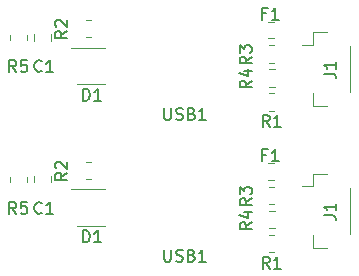
<source format=gbr>
%TF.GenerationSoftware,KiCad,Pcbnew,5.1.10-88a1d61d58~88~ubuntu20.04.1*%
%TF.CreationDate,2021-04-30T20:16:28-07:00*%
%TF.ProjectId,kb-db_panel,6b622d64-625f-4706-916e-656c2e6b6963,rev?*%
%TF.SameCoordinates,Original*%
%TF.FileFunction,Legend,Top*%
%TF.FilePolarity,Positive*%
%FSLAX46Y46*%
G04 Gerber Fmt 4.6, Leading zero omitted, Abs format (unit mm)*
G04 Created by KiCad (PCBNEW 5.1.10-88a1d61d58~88~ubuntu20.04.1) date 2021-04-30 20:16:28*
%MOMM*%
%LPD*%
G01*
G04 APERTURE LIST*
%ADD10C,0.120000*%
%ADD11C,0.150000*%
G04 APERTURE END LIST*
D10*
%TO.C,R4*%
X86610564Y-76870000D02*
X86156436Y-76870000D01*
X86610564Y-75400000D02*
X86156436Y-75400000D01*
%TO.C,R2*%
X70615436Y-71209000D02*
X71069564Y-71209000D01*
X70615436Y-72679000D02*
X71069564Y-72679000D01*
%TO.C,R3*%
X86587064Y-74838000D02*
X86132936Y-74838000D01*
X86587064Y-73368000D02*
X86132936Y-73368000D01*
%TO.C,R5*%
X65632000Y-72502436D02*
X65632000Y-72956564D01*
X64162000Y-72502436D02*
X64162000Y-72956564D01*
%TO.C,J1*%
X91042000Y-72269000D02*
X89892000Y-72269000D01*
X89892000Y-72269000D02*
X89892000Y-73319000D01*
X89892000Y-73319000D02*
X88902000Y-73319000D01*
X91042000Y-78489000D02*
X89892000Y-78489000D01*
X89892000Y-78489000D02*
X89892000Y-77439000D01*
X93012000Y-73439000D02*
X93012000Y-77319000D01*
%TO.C,C1*%
X67664000Y-72444748D02*
X67664000Y-72967252D01*
X66194000Y-72444748D02*
X66194000Y-72967252D01*
%TO.C,R1*%
X86563564Y-78902000D02*
X86109436Y-78902000D01*
X86563564Y-77432000D02*
X86109436Y-77432000D01*
%TO.C,D1*%
X69877000Y-76677000D02*
X72277000Y-76677000D01*
X72277000Y-73577000D02*
X69327000Y-73577000D01*
%TO.C,F1*%
X86540078Y-72781000D02*
X86022922Y-72781000D01*
X86540078Y-71361000D02*
X86022922Y-71361000D01*
%TO.C,J1*%
X91042000Y-60269000D02*
X89892000Y-60269000D01*
X89892000Y-60269000D02*
X89892000Y-61319000D01*
X89892000Y-61319000D02*
X88902000Y-61319000D01*
X91042000Y-66489000D02*
X89892000Y-66489000D01*
X89892000Y-66489000D02*
X89892000Y-65439000D01*
X93012000Y-61439000D02*
X93012000Y-65319000D01*
%TO.C,C1*%
X67664000Y-60444748D02*
X67664000Y-60967252D01*
X66194000Y-60444748D02*
X66194000Y-60967252D01*
%TO.C,R5*%
X65632000Y-60502436D02*
X65632000Y-60956564D01*
X64162000Y-60502436D02*
X64162000Y-60956564D01*
%TO.C,R4*%
X86610564Y-64870000D02*
X86156436Y-64870000D01*
X86610564Y-63400000D02*
X86156436Y-63400000D01*
%TO.C,R3*%
X86587064Y-62838000D02*
X86132936Y-62838000D01*
X86587064Y-61368000D02*
X86132936Y-61368000D01*
%TO.C,R2*%
X70615436Y-59209000D02*
X71069564Y-59209000D01*
X70615436Y-60679000D02*
X71069564Y-60679000D01*
%TO.C,R1*%
X86563564Y-66902000D02*
X86109436Y-66902000D01*
X86563564Y-65432000D02*
X86109436Y-65432000D01*
%TO.C,F1*%
X86540078Y-60781000D02*
X86022922Y-60781000D01*
X86540078Y-59361000D02*
X86022922Y-59361000D01*
%TO.C,D1*%
X69877000Y-64677000D02*
X72277000Y-64677000D01*
X72277000Y-61577000D02*
X69327000Y-61577000D01*
%TO.C,R4*%
D11*
X84646380Y-76361666D02*
X84170190Y-76695000D01*
X84646380Y-76933095D02*
X83646380Y-76933095D01*
X83646380Y-76552142D01*
X83694000Y-76456904D01*
X83741619Y-76409285D01*
X83836857Y-76361666D01*
X83979714Y-76361666D01*
X84074952Y-76409285D01*
X84122571Y-76456904D01*
X84170190Y-76552142D01*
X84170190Y-76933095D01*
X83979714Y-75504523D02*
X84646380Y-75504523D01*
X83598761Y-75742619D02*
X84313047Y-75980714D01*
X84313047Y-75361666D01*
%TO.C,R2*%
X69025380Y-72170666D02*
X68549190Y-72504000D01*
X69025380Y-72742095D02*
X68025380Y-72742095D01*
X68025380Y-72361142D01*
X68073000Y-72265904D01*
X68120619Y-72218285D01*
X68215857Y-72170666D01*
X68358714Y-72170666D01*
X68453952Y-72218285D01*
X68501571Y-72265904D01*
X68549190Y-72361142D01*
X68549190Y-72742095D01*
X68120619Y-71789714D02*
X68073000Y-71742095D01*
X68025380Y-71646857D01*
X68025380Y-71408761D01*
X68073000Y-71313523D01*
X68120619Y-71265904D01*
X68215857Y-71218285D01*
X68311095Y-71218285D01*
X68453952Y-71265904D01*
X69025380Y-71837333D01*
X69025380Y-71218285D01*
%TO.C,R3*%
X84646380Y-74329666D02*
X84170190Y-74663000D01*
X84646380Y-74901095D02*
X83646380Y-74901095D01*
X83646380Y-74520142D01*
X83694000Y-74424904D01*
X83741619Y-74377285D01*
X83836857Y-74329666D01*
X83979714Y-74329666D01*
X84074952Y-74377285D01*
X84122571Y-74424904D01*
X84170190Y-74520142D01*
X84170190Y-74901095D01*
X83646380Y-73996333D02*
X83646380Y-73377285D01*
X84027333Y-73710619D01*
X84027333Y-73567761D01*
X84074952Y-73472523D01*
X84122571Y-73424904D01*
X84217809Y-73377285D01*
X84455904Y-73377285D01*
X84551142Y-73424904D01*
X84598761Y-73472523D01*
X84646380Y-73567761D01*
X84646380Y-73853476D01*
X84598761Y-73948714D01*
X84551142Y-73996333D01*
%TO.C,USB1*%
X77253904Y-78681380D02*
X77253904Y-79490904D01*
X77301523Y-79586142D01*
X77349142Y-79633761D01*
X77444380Y-79681380D01*
X77634857Y-79681380D01*
X77730095Y-79633761D01*
X77777714Y-79586142D01*
X77825333Y-79490904D01*
X77825333Y-78681380D01*
X78253904Y-79633761D02*
X78396761Y-79681380D01*
X78634857Y-79681380D01*
X78730095Y-79633761D01*
X78777714Y-79586142D01*
X78825333Y-79490904D01*
X78825333Y-79395666D01*
X78777714Y-79300428D01*
X78730095Y-79252809D01*
X78634857Y-79205190D01*
X78444380Y-79157571D01*
X78349142Y-79109952D01*
X78301523Y-79062333D01*
X78253904Y-78967095D01*
X78253904Y-78871857D01*
X78301523Y-78776619D01*
X78349142Y-78729000D01*
X78444380Y-78681380D01*
X78682476Y-78681380D01*
X78825333Y-78729000D01*
X79587238Y-79157571D02*
X79730095Y-79205190D01*
X79777714Y-79252809D01*
X79825333Y-79348047D01*
X79825333Y-79490904D01*
X79777714Y-79586142D01*
X79730095Y-79633761D01*
X79634857Y-79681380D01*
X79253904Y-79681380D01*
X79253904Y-78681380D01*
X79587238Y-78681380D01*
X79682476Y-78729000D01*
X79730095Y-78776619D01*
X79777714Y-78871857D01*
X79777714Y-78967095D01*
X79730095Y-79062333D01*
X79682476Y-79109952D01*
X79587238Y-79157571D01*
X79253904Y-79157571D01*
X80777714Y-79681380D02*
X80206285Y-79681380D01*
X80492000Y-79681380D02*
X80492000Y-78681380D01*
X80396761Y-78824238D01*
X80301523Y-78919476D01*
X80206285Y-78967095D01*
%TO.C,R5*%
X64723333Y-75631380D02*
X64390000Y-75155190D01*
X64151904Y-75631380D02*
X64151904Y-74631380D01*
X64532857Y-74631380D01*
X64628095Y-74679000D01*
X64675714Y-74726619D01*
X64723333Y-74821857D01*
X64723333Y-74964714D01*
X64675714Y-75059952D01*
X64628095Y-75107571D01*
X64532857Y-75155190D01*
X64151904Y-75155190D01*
X65628095Y-74631380D02*
X65151904Y-74631380D01*
X65104285Y-75107571D01*
X65151904Y-75059952D01*
X65247142Y-75012333D01*
X65485238Y-75012333D01*
X65580476Y-75059952D01*
X65628095Y-75107571D01*
X65675714Y-75202809D01*
X65675714Y-75440904D01*
X65628095Y-75536142D01*
X65580476Y-75583761D01*
X65485238Y-75631380D01*
X65247142Y-75631380D01*
X65151904Y-75583761D01*
X65104285Y-75536142D01*
%TO.C,J1*%
X90758380Y-75766333D02*
X91472666Y-75766333D01*
X91615523Y-75813952D01*
X91710761Y-75909190D01*
X91758380Y-76052047D01*
X91758380Y-76147285D01*
X91758380Y-74766333D02*
X91758380Y-75337761D01*
X91758380Y-75052047D02*
X90758380Y-75052047D01*
X90901238Y-75147285D01*
X90996476Y-75242523D01*
X91044095Y-75337761D01*
%TO.C,C1*%
X66882333Y-75536142D02*
X66834714Y-75583761D01*
X66691857Y-75631380D01*
X66596619Y-75631380D01*
X66453761Y-75583761D01*
X66358523Y-75488523D01*
X66310904Y-75393285D01*
X66263285Y-75202809D01*
X66263285Y-75059952D01*
X66310904Y-74869476D01*
X66358523Y-74774238D01*
X66453761Y-74679000D01*
X66596619Y-74631380D01*
X66691857Y-74631380D01*
X66834714Y-74679000D01*
X66882333Y-74726619D01*
X67834714Y-75631380D02*
X67263285Y-75631380D01*
X67549000Y-75631380D02*
X67549000Y-74631380D01*
X67453761Y-74774238D01*
X67358523Y-74869476D01*
X67263285Y-74917095D01*
%TO.C,R1*%
X86169833Y-80269380D02*
X85836500Y-79793190D01*
X85598404Y-80269380D02*
X85598404Y-79269380D01*
X85979357Y-79269380D01*
X86074595Y-79317000D01*
X86122214Y-79364619D01*
X86169833Y-79459857D01*
X86169833Y-79602714D01*
X86122214Y-79697952D01*
X86074595Y-79745571D01*
X85979357Y-79793190D01*
X85598404Y-79793190D01*
X87122214Y-80269380D02*
X86550785Y-80269380D01*
X86836500Y-80269380D02*
X86836500Y-79269380D01*
X86741261Y-79412238D01*
X86646023Y-79507476D01*
X86550785Y-79555095D01*
%TO.C,D1*%
X70374904Y-78044380D02*
X70374904Y-77044380D01*
X70613000Y-77044380D01*
X70755857Y-77092000D01*
X70851095Y-77187238D01*
X70898714Y-77282476D01*
X70946333Y-77472952D01*
X70946333Y-77615809D01*
X70898714Y-77806285D01*
X70851095Y-77901523D01*
X70755857Y-77996761D01*
X70613000Y-78044380D01*
X70374904Y-78044380D01*
X71898714Y-78044380D02*
X71327285Y-78044380D01*
X71613000Y-78044380D02*
X71613000Y-77044380D01*
X71517761Y-77187238D01*
X71422523Y-77282476D01*
X71327285Y-77330095D01*
%TO.C,F1*%
X85892666Y-70662571D02*
X85559333Y-70662571D01*
X85559333Y-71186380D02*
X85559333Y-70186380D01*
X86035523Y-70186380D01*
X86940285Y-71186380D02*
X86368857Y-71186380D01*
X86654571Y-71186380D02*
X86654571Y-70186380D01*
X86559333Y-70329238D01*
X86464095Y-70424476D01*
X86368857Y-70472095D01*
%TO.C,J1*%
X90758380Y-63766333D02*
X91472666Y-63766333D01*
X91615523Y-63813952D01*
X91710761Y-63909190D01*
X91758380Y-64052047D01*
X91758380Y-64147285D01*
X91758380Y-62766333D02*
X91758380Y-63337761D01*
X91758380Y-63052047D02*
X90758380Y-63052047D01*
X90901238Y-63147285D01*
X90996476Y-63242523D01*
X91044095Y-63337761D01*
%TO.C,C1*%
X66882333Y-63536142D02*
X66834714Y-63583761D01*
X66691857Y-63631380D01*
X66596619Y-63631380D01*
X66453761Y-63583761D01*
X66358523Y-63488523D01*
X66310904Y-63393285D01*
X66263285Y-63202809D01*
X66263285Y-63059952D01*
X66310904Y-62869476D01*
X66358523Y-62774238D01*
X66453761Y-62679000D01*
X66596619Y-62631380D01*
X66691857Y-62631380D01*
X66834714Y-62679000D01*
X66882333Y-62726619D01*
X67834714Y-63631380D02*
X67263285Y-63631380D01*
X67549000Y-63631380D02*
X67549000Y-62631380D01*
X67453761Y-62774238D01*
X67358523Y-62869476D01*
X67263285Y-62917095D01*
%TO.C,USB1*%
X77253904Y-66681380D02*
X77253904Y-67490904D01*
X77301523Y-67586142D01*
X77349142Y-67633761D01*
X77444380Y-67681380D01*
X77634857Y-67681380D01*
X77730095Y-67633761D01*
X77777714Y-67586142D01*
X77825333Y-67490904D01*
X77825333Y-66681380D01*
X78253904Y-67633761D02*
X78396761Y-67681380D01*
X78634857Y-67681380D01*
X78730095Y-67633761D01*
X78777714Y-67586142D01*
X78825333Y-67490904D01*
X78825333Y-67395666D01*
X78777714Y-67300428D01*
X78730095Y-67252809D01*
X78634857Y-67205190D01*
X78444380Y-67157571D01*
X78349142Y-67109952D01*
X78301523Y-67062333D01*
X78253904Y-66967095D01*
X78253904Y-66871857D01*
X78301523Y-66776619D01*
X78349142Y-66729000D01*
X78444380Y-66681380D01*
X78682476Y-66681380D01*
X78825333Y-66729000D01*
X79587238Y-67157571D02*
X79730095Y-67205190D01*
X79777714Y-67252809D01*
X79825333Y-67348047D01*
X79825333Y-67490904D01*
X79777714Y-67586142D01*
X79730095Y-67633761D01*
X79634857Y-67681380D01*
X79253904Y-67681380D01*
X79253904Y-66681380D01*
X79587238Y-66681380D01*
X79682476Y-66729000D01*
X79730095Y-66776619D01*
X79777714Y-66871857D01*
X79777714Y-66967095D01*
X79730095Y-67062333D01*
X79682476Y-67109952D01*
X79587238Y-67157571D01*
X79253904Y-67157571D01*
X80777714Y-67681380D02*
X80206285Y-67681380D01*
X80492000Y-67681380D02*
X80492000Y-66681380D01*
X80396761Y-66824238D01*
X80301523Y-66919476D01*
X80206285Y-66967095D01*
%TO.C,R5*%
X64723333Y-63631380D02*
X64390000Y-63155190D01*
X64151904Y-63631380D02*
X64151904Y-62631380D01*
X64532857Y-62631380D01*
X64628095Y-62679000D01*
X64675714Y-62726619D01*
X64723333Y-62821857D01*
X64723333Y-62964714D01*
X64675714Y-63059952D01*
X64628095Y-63107571D01*
X64532857Y-63155190D01*
X64151904Y-63155190D01*
X65628095Y-62631380D02*
X65151904Y-62631380D01*
X65104285Y-63107571D01*
X65151904Y-63059952D01*
X65247142Y-63012333D01*
X65485238Y-63012333D01*
X65580476Y-63059952D01*
X65628095Y-63107571D01*
X65675714Y-63202809D01*
X65675714Y-63440904D01*
X65628095Y-63536142D01*
X65580476Y-63583761D01*
X65485238Y-63631380D01*
X65247142Y-63631380D01*
X65151904Y-63583761D01*
X65104285Y-63536142D01*
%TO.C,R4*%
X84646380Y-64361666D02*
X84170190Y-64695000D01*
X84646380Y-64933095D02*
X83646380Y-64933095D01*
X83646380Y-64552142D01*
X83694000Y-64456904D01*
X83741619Y-64409285D01*
X83836857Y-64361666D01*
X83979714Y-64361666D01*
X84074952Y-64409285D01*
X84122571Y-64456904D01*
X84170190Y-64552142D01*
X84170190Y-64933095D01*
X83979714Y-63504523D02*
X84646380Y-63504523D01*
X83598761Y-63742619D02*
X84313047Y-63980714D01*
X84313047Y-63361666D01*
%TO.C,R3*%
X84646380Y-62329666D02*
X84170190Y-62663000D01*
X84646380Y-62901095D02*
X83646380Y-62901095D01*
X83646380Y-62520142D01*
X83694000Y-62424904D01*
X83741619Y-62377285D01*
X83836857Y-62329666D01*
X83979714Y-62329666D01*
X84074952Y-62377285D01*
X84122571Y-62424904D01*
X84170190Y-62520142D01*
X84170190Y-62901095D01*
X83646380Y-61996333D02*
X83646380Y-61377285D01*
X84027333Y-61710619D01*
X84027333Y-61567761D01*
X84074952Y-61472523D01*
X84122571Y-61424904D01*
X84217809Y-61377285D01*
X84455904Y-61377285D01*
X84551142Y-61424904D01*
X84598761Y-61472523D01*
X84646380Y-61567761D01*
X84646380Y-61853476D01*
X84598761Y-61948714D01*
X84551142Y-61996333D01*
%TO.C,R2*%
X69025380Y-60170666D02*
X68549190Y-60504000D01*
X69025380Y-60742095D02*
X68025380Y-60742095D01*
X68025380Y-60361142D01*
X68073000Y-60265904D01*
X68120619Y-60218285D01*
X68215857Y-60170666D01*
X68358714Y-60170666D01*
X68453952Y-60218285D01*
X68501571Y-60265904D01*
X68549190Y-60361142D01*
X68549190Y-60742095D01*
X68120619Y-59789714D02*
X68073000Y-59742095D01*
X68025380Y-59646857D01*
X68025380Y-59408761D01*
X68073000Y-59313523D01*
X68120619Y-59265904D01*
X68215857Y-59218285D01*
X68311095Y-59218285D01*
X68453952Y-59265904D01*
X69025380Y-59837333D01*
X69025380Y-59218285D01*
%TO.C,R1*%
X86169833Y-68269380D02*
X85836500Y-67793190D01*
X85598404Y-68269380D02*
X85598404Y-67269380D01*
X85979357Y-67269380D01*
X86074595Y-67317000D01*
X86122214Y-67364619D01*
X86169833Y-67459857D01*
X86169833Y-67602714D01*
X86122214Y-67697952D01*
X86074595Y-67745571D01*
X85979357Y-67793190D01*
X85598404Y-67793190D01*
X87122214Y-68269380D02*
X86550785Y-68269380D01*
X86836500Y-68269380D02*
X86836500Y-67269380D01*
X86741261Y-67412238D01*
X86646023Y-67507476D01*
X86550785Y-67555095D01*
%TO.C,F1*%
X85892666Y-58662571D02*
X85559333Y-58662571D01*
X85559333Y-59186380D02*
X85559333Y-58186380D01*
X86035523Y-58186380D01*
X86940285Y-59186380D02*
X86368857Y-59186380D01*
X86654571Y-59186380D02*
X86654571Y-58186380D01*
X86559333Y-58329238D01*
X86464095Y-58424476D01*
X86368857Y-58472095D01*
%TO.C,D1*%
X70374904Y-66044380D02*
X70374904Y-65044380D01*
X70613000Y-65044380D01*
X70755857Y-65092000D01*
X70851095Y-65187238D01*
X70898714Y-65282476D01*
X70946333Y-65472952D01*
X70946333Y-65615809D01*
X70898714Y-65806285D01*
X70851095Y-65901523D01*
X70755857Y-65996761D01*
X70613000Y-66044380D01*
X70374904Y-66044380D01*
X71898714Y-66044380D02*
X71327285Y-66044380D01*
X71613000Y-66044380D02*
X71613000Y-65044380D01*
X71517761Y-65187238D01*
X71422523Y-65282476D01*
X71327285Y-65330095D01*
%TD*%
M02*

</source>
